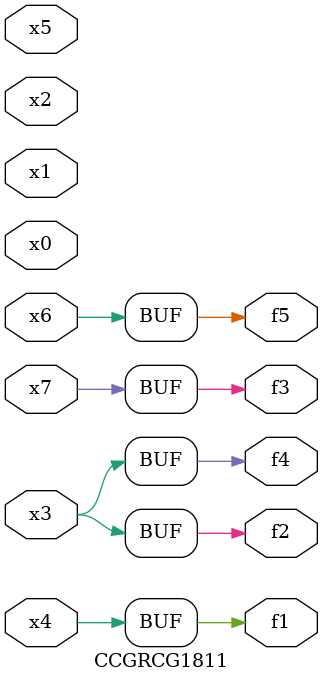
<source format=v>
module CCGRCG1811(
	input x0, x1, x2, x3, x4, x5, x6, x7,
	output f1, f2, f3, f4, f5
);
	assign f1 = x4;
	assign f2 = x3;
	assign f3 = x7;
	assign f4 = x3;
	assign f5 = x6;
endmodule

</source>
